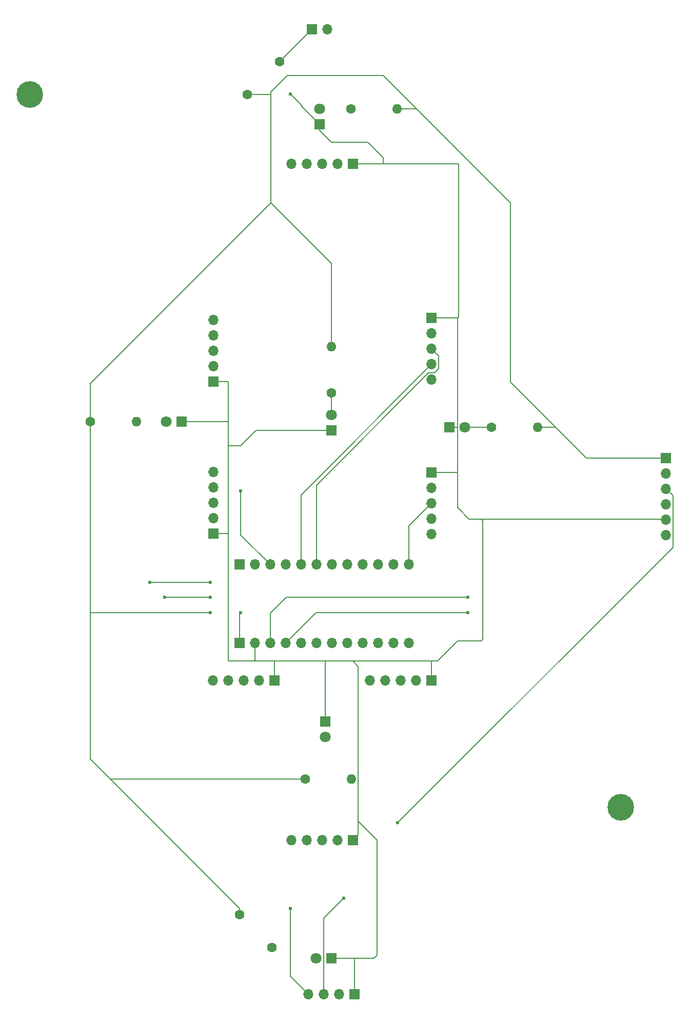
<source format=gbr>
%TF.GenerationSoftware,KiCad,Pcbnew,8.0.2*%
%TF.CreationDate,2024-05-04T16:44:52-04:00*%
%TF.ProjectId,RGBsensorBoard,52474273-656e-4736-9f72-426f6172642e,rev?*%
%TF.SameCoordinates,Original*%
%TF.FileFunction,Copper,L2,Bot*%
%TF.FilePolarity,Positive*%
%FSLAX46Y46*%
G04 Gerber Fmt 4.6, Leading zero omitted, Abs format (unit mm)*
G04 Created by KiCad (PCBNEW 8.0.2) date 2024-05-04 16:44:52*
%MOMM*%
%LPD*%
G01*
G04 APERTURE LIST*
G04 Aperture macros list*
%AMHorizOval*
0 Thick line with rounded ends*
0 $1 width*
0 $2 $3 position (X,Y) of the first rounded end (center of the circle)*
0 $4 $5 position (X,Y) of the second rounded end (center of the circle)*
0 Add line between two ends*
20,1,$1,$2,$3,$4,$5,0*
0 Add two circle primitives to create the rounded ends*
1,1,$1,$2,$3*
1,1,$1,$4,$5*%
G04 Aperture macros list end*
%TA.AperFunction,ComponentPad*%
%ADD10R,1.800000X1.800000*%
%TD*%
%TA.AperFunction,ComponentPad*%
%ADD11C,1.800000*%
%TD*%
%TA.AperFunction,ComponentPad*%
%ADD12R,1.700000X1.700000*%
%TD*%
%TA.AperFunction,ComponentPad*%
%ADD13O,1.700000X1.700000*%
%TD*%
%TA.AperFunction,ComponentPad*%
%ADD14C,1.600000*%
%TD*%
%TA.AperFunction,ComponentPad*%
%ADD15O,1.600000X1.600000*%
%TD*%
%TA.AperFunction,ComponentPad*%
%ADD16C,4.400000*%
%TD*%
%TA.AperFunction,ComponentPad*%
%ADD17HorizOval,1.600000X0.000000X0.000000X0.000000X0.000000X0*%
%TD*%
%TA.AperFunction,ComponentPad*%
%ADD18HorizOval,1.600000X0.000000X0.000000X0.000000X0.000000X0*%
%TD*%
%TA.AperFunction,ViaPad*%
%ADD19C,0.600000*%
%TD*%
%TA.AperFunction,Conductor*%
%ADD20C,0.200000*%
%TD*%
G04 APERTURE END LIST*
D10*
%TO.P,D5,1,K*%
%TO.N,/GND*%
X104800001Y-179900000D03*
D11*
%TO.P,D5,2,A*%
%TO.N,/VIN 5V*%
X102260001Y-179900000D03*
%TD*%
D12*
%TO.P,J1,1,Pin_1*%
%TO.N,/GND*%
X121300001Y-74359999D03*
D13*
%TO.P,J1,2,Pin_2*%
%TO.N,3.3*%
X121300001Y-76899999D03*
%TO.P,J1,3,Pin_3*%
%TO.N,/SD5*%
X121300001Y-79439998D03*
%TO.P,J1,4,Pin_4*%
%TO.N,/SC5*%
X121300001Y-81979999D03*
%TO.P,J1,5,Pin_5*%
%TO.N,unconnected-(J1-Pin_5-Pad5)*%
X121300001Y-84519999D03*
%TD*%
D14*
%TO.P,R6,1*%
%TO.N,/VIN 5V*%
X104800001Y-86710000D03*
D15*
%TO.P,R6,2*%
X104800001Y-79090000D03*
%TD*%
D12*
%TO.P,J5,1,Pin_1*%
%TO.N,/GND*%
X95400000Y-134099999D03*
D13*
%TO.P,J5,2,Pin_2*%
%TO.N,3.3*%
X92860000Y-134099999D03*
%TO.P,J5,3,Pin_3*%
%TO.N,/SD0*%
X90320001Y-134099999D03*
%TO.P,J5,4,Pin_4*%
%TO.N,/SC0*%
X87780000Y-134099999D03*
%TO.P,J5,5,Pin_5*%
%TO.N,unconnected-(J5-Pin_5-Pad5)*%
X85240000Y-134099999D03*
%TD*%
D12*
%TO.P,J9,1,Pin_1*%
%TO.N,/SC7*%
X89600000Y-114999999D03*
D13*
%TO.P,J9,2,Pin_2*%
%TO.N,/SD7*%
X92140000Y-114999999D03*
%TO.P,J9,3,Pin_3*%
%TO.N,/SC6*%
X94679999Y-114999999D03*
%TO.P,J9,4,Pin_4*%
%TO.N,/SD6*%
X97220000Y-114999999D03*
%TO.P,J9,5,Pin_5*%
%TO.N,/SC5*%
X99760000Y-114999999D03*
%TO.P,J9,6,Pin_6*%
%TO.N,/SD5*%
X102300000Y-114999999D03*
%TO.P,J9,7,Pin_7*%
%TO.N,/SC4*%
X104840000Y-114999999D03*
%TO.P,J9,8,Pin_8*%
%TO.N,/SD4*%
X107380001Y-114999999D03*
%TO.P,J9,9,Pin_9*%
%TO.N,/SC3*%
X109920000Y-114999999D03*
%TO.P,J9,10,Pin_10*%
%TO.N,/SD3*%
X112460000Y-114999999D03*
%TO.P,J9,11,Pin_11*%
%TO.N,/SC2*%
X115000000Y-114999999D03*
%TO.P,J9,12,Pin_12*%
%TO.N,/SD2*%
X117539999Y-114999999D03*
%TD*%
D16*
%TO.P,hole,1*%
%TO.N,N/C*%
X152500000Y-155000000D03*
%TD*%
D10*
%TO.P,D6,1,K*%
%TO.N,/GND*%
X104800001Y-92900000D03*
D11*
%TO.P,D6,2,A*%
%TO.N,/VIN 5V*%
X104800001Y-90360000D03*
%TD*%
D14*
%TO.P,R2,1*%
%TO.N,/VIN 5V*%
X107990001Y-39900000D03*
D15*
%TO.P,R2,2*%
X115610001Y-39900000D03*
%TD*%
D12*
%TO.P,J10,1,Pin_1*%
%TO.N,/VIN 5V*%
X89600001Y-127899999D03*
D13*
%TO.P,J10,2,Pin_2*%
%TO.N,/GND*%
X92140001Y-127899999D03*
%TO.P,J10,3,Pin_3*%
%TO.N,/SDA*%
X94680000Y-127899999D03*
%TO.P,J10,4,Pin_4*%
%TO.N,/SCL*%
X97220001Y-127899999D03*
%TO.P,J10,5,Pin_5*%
%TO.N,/RST*%
X99760001Y-127899999D03*
%TO.P,J10,6,Pin_6*%
%TO.N,/A0*%
X102300001Y-127899999D03*
%TO.P,J10,7,Pin_7*%
%TO.N,/A1*%
X104840001Y-127899999D03*
%TO.P,J10,8,Pin_8*%
%TO.N,/A2*%
X107380002Y-127899999D03*
%TO.P,J10,9,Pin_9*%
%TO.N,/SD0*%
X109920001Y-127899999D03*
%TO.P,J10,10,Pin_10*%
%TO.N,/SC0*%
X112460001Y-127899999D03*
%TO.P,J10,11,Pin_11*%
%TO.N,/SD1*%
X115000001Y-127899999D03*
%TO.P,J10,12,Pin_12*%
%TO.N,SC1*%
X117540000Y-127899999D03*
%TD*%
D14*
%TO.P,R1,1*%
%TO.N,/VIN 5V*%
X100490000Y-150399999D03*
D15*
%TO.P,R1,2*%
X108110000Y-150399999D03*
%TD*%
D12*
%TO.P,J4,1,Pin_1*%
%TO.N,/GND*%
X121300000Y-99779999D03*
D13*
%TO.P,J4,2,Pin_2*%
%TO.N,3.3*%
X121300000Y-102319999D03*
%TO.P,J4,3,Pin_3*%
%TO.N,/SD2*%
X121300000Y-104859998D03*
%TO.P,J4,4,Pin_4*%
%TO.N,/SC2*%
X121300000Y-107399999D03*
%TO.P,J4,5,Pin_5*%
%TO.N,unconnected-(J4-Pin_5-Pad5)*%
X121300000Y-109939999D03*
%TD*%
D10*
%TO.P,D3,1,K*%
%TO.N,/GND*%
X124260000Y-92399999D03*
D11*
%TO.P,D3,2,A*%
%TO.N,/VIN 5V*%
X126800000Y-92399999D03*
%TD*%
D14*
%TO.P,R3,1*%
%TO.N,/VIN 5V*%
X131180000Y-92399999D03*
D15*
%TO.P,R3,2*%
X138800000Y-92399999D03*
%TD*%
D14*
%TO.P,R4,1*%
%TO.N,/VIN 5V*%
X64990001Y-91400000D03*
D15*
%TO.P,R4,2*%
X72610001Y-91400000D03*
%TD*%
D12*
%TO.P,J2,1,Pin_1*%
%TO.N,/GND*%
X85270001Y-84860000D03*
D13*
%TO.P,J2,2,Pin_2*%
%TO.N,3.3*%
X85270001Y-82320000D03*
%TO.P,J2,3,Pin_3*%
%TO.N,/SD7*%
X85270001Y-79780001D03*
%TO.P,J2,4,Pin_4*%
%TO.N,/SC7*%
X85270001Y-77240000D03*
%TO.P,J2,5,Pin_5*%
%TO.N,unconnected-(J2-Pin_5-Pad5)*%
X85270001Y-74700000D03*
%TD*%
D14*
%TO.P,R5,1*%
%TO.N,/VIN 5V*%
X94994078Y-178094077D03*
D17*
%TO.P,R5,2*%
X89605924Y-172705923D03*
%TD*%
D10*
%TO.P,D2,1,K*%
%TO.N,/GND*%
X80075000Y-91399999D03*
D11*
%TO.P,D2,2,A*%
%TO.N,/VIN 5V*%
X77535000Y-91399999D03*
%TD*%
D10*
%TO.P,D1,1,K*%
%TO.N,/GND*%
X103800000Y-140859999D03*
D11*
%TO.P,D1,2,A*%
%TO.N,/VIN 5V*%
X103800000Y-143399999D03*
%TD*%
D12*
%TO.P,J3,1,Pin_1*%
%TO.N,/GND*%
X85270001Y-109900000D03*
D13*
%TO.P,J3,2,Pin_2*%
%TO.N,3.3*%
X85270001Y-107360000D03*
%TO.P,J3,3,Pin_3*%
%TO.N,/SD6*%
X85270001Y-104820001D03*
%TO.P,J3,4,Pin_4*%
%TO.N,/SC6*%
X85270001Y-102280000D03*
%TO.P,J3,5,Pin_5*%
%TO.N,unconnected-(J3-Pin_5-Pad5)*%
X85270001Y-99740000D03*
%TD*%
D12*
%TO.P,J6,1,Pin_1*%
%TO.N,/GND*%
X121280000Y-134100000D03*
D13*
%TO.P,J6,2,Pin_2*%
%TO.N,3.3*%
X118740000Y-134100000D03*
%TO.P,J6,3,Pin_3*%
%TO.N,/SD1*%
X116200001Y-134100000D03*
%TO.P,J6,4,Pin_4*%
%TO.N,SC1*%
X113660000Y-134100000D03*
%TO.P,J6,5,Pin_5*%
%TO.N,unconnected-(J6-Pin_5-Pad5)*%
X111120000Y-134100000D03*
%TD*%
D12*
%TO.P,J7,1,Pin_1*%
%TO.N,/GND*%
X108300000Y-48899999D03*
D13*
%TO.P,J7,2,Pin_2*%
%TO.N,3.3*%
X105760000Y-48899999D03*
%TO.P,J7,3,Pin_3*%
%TO.N,/SD3*%
X103220001Y-48899999D03*
%TO.P,J7,4,Pin_4*%
%TO.N,/SC3*%
X100680000Y-48899999D03*
%TO.P,J7,5,Pin_5*%
%TO.N,unconnected-(J7-Pin_5-Pad5)*%
X98140000Y-48899999D03*
%TD*%
D10*
%TO.P,D4,1,K*%
%TO.N,/GND*%
X102800001Y-42400000D03*
D11*
%TO.P,D4,2,A*%
%TO.N,/VIN 5V*%
X102800001Y-39860000D03*
%TD*%
D12*
%TO.P,J8,1,Pin_1*%
%TO.N,/GND*%
X108300000Y-160399999D03*
D13*
%TO.P,J8,2,Pin_2*%
%TO.N,3.3*%
X105760000Y-160399999D03*
%TO.P,J8,3,Pin_3*%
%TO.N,/SD4*%
X103220001Y-160399999D03*
%TO.P,J8,4,Pin_4*%
%TO.N,/SC4*%
X100680000Y-160399999D03*
%TO.P,J8,5,Pin_5*%
%TO.N,unconnected-(J8-Pin_5-Pad5)*%
X98140000Y-160399999D03*
%TD*%
D16*
%TO.P,hole2,1*%
%TO.N,N/C*%
X55000000Y-37500000D03*
%TD*%
D12*
%TO.P,C3,1,Pin_1*%
%TO.N,/GND*%
X108624779Y-185878444D03*
D13*
%TO.P,C3,2,Pin_2*%
%TO.N,/VIN 5V*%
X106084779Y-185878444D03*
%TO.P,C3,3,Pin_3*%
%TO.N,/SCL*%
X103544780Y-185878444D03*
%TO.P,C3,4,Pin_4*%
%TO.N,/SDA*%
X101004779Y-185878444D03*
%TD*%
D14*
%TO.P,R6,1*%
%TO.N,/VIN 5V*%
X90862256Y-37470873D03*
D18*
%TO.P,R6,2*%
X96250410Y-32082719D03*
%TD*%
D12*
%TO.P,C1,1,Pin_1*%
%TO.N,/VIN 5V*%
X101553711Y-26779418D03*
D13*
%TO.P,C1,2,Pin_2*%
%TO.N,/GND*%
X104093711Y-26779418D03*
%TD*%
%TO.P,J11,6*%
%TO.N,/VIN 5V*%
X160000000Y-110120001D03*
%TO.P,J11,5,Pin_5*%
%TO.N,/GND*%
X160000000Y-107580001D03*
%TO.P,J11,4,Pin_4*%
%TO.N,/SCL*%
X160000000Y-105040001D03*
%TO.P,J11,3,Pin_3*%
%TO.N,/SDA*%
X160000000Y-102500000D03*
%TO.P,J11,2,Pin_2*%
%TO.N,3.3*%
X160000000Y-99960001D03*
D12*
%TO.P,J11,1,Pin_1*%
%TO.N,/VIN 5V*%
X160000000Y-97420001D03*
%TD*%
D19*
%TO.N,/GND*%
X98018177Y-37386020D03*
%TO.N,/SC6*%
X89800001Y-102899999D03*
%TO.N,/SC4*%
X74800001Y-117900000D03*
X84800001Y-117900000D03*
%TO.N,/SD4*%
X84800001Y-120400000D03*
X77300001Y-120400000D03*
%TO.N,/SDA*%
X115695847Y-157594173D03*
X98018177Y-171736308D03*
X127300001Y-120400000D03*
%TO.N,/SCL*%
X106857012Y-169968541D03*
X127300001Y-122900000D03*
%TO.N,/VIN 5V*%
X89800000Y-122899999D03*
X84800001Y-122900000D03*
%TD*%
D20*
%TO.N,/SDA*%
X160000000Y-102500000D02*
X161150000Y-103650000D01*
X161150000Y-103650000D02*
X161150000Y-112140020D01*
X161150000Y-112140020D02*
X115695847Y-157594173D01*
%TO.N,/GND*%
X129519999Y-107500000D02*
X159919999Y-107500000D01*
X159919999Y-107500000D02*
X160000000Y-107580001D01*
X129519999Y-107500000D02*
X129800000Y-107780001D01*
X129800000Y-107780001D02*
X129800000Y-127299999D01*
X129800000Y-127299999D02*
X129500000Y-127599999D01*
X129500000Y-127599999D02*
X125600001Y-127599999D01*
X125600001Y-127599999D02*
X122300000Y-130899999D01*
X122300000Y-130899999D02*
X121300000Y-130899999D01*
X127500000Y-107500000D02*
X129519999Y-107500000D01*
X125600001Y-99899999D02*
X125600001Y-105600001D01*
X125600001Y-105600001D02*
X127500000Y-107500000D01*
%TO.N,/VIN 5V*%
X141800000Y-92399999D02*
X146820002Y-97420001D01*
X146820002Y-97420001D02*
X160000000Y-97420001D01*
%TO.N,/SD2*%
X121300001Y-104860000D02*
X117540001Y-108620000D01*
X117540001Y-108620000D02*
X117540001Y-114999999D01*
%TO.N,/GND*%
X92300000Y-92900000D02*
X104800001Y-92900000D01*
X124260000Y-92399999D02*
X125600001Y-92399999D01*
X102800000Y-43399999D02*
X102800001Y-42400000D01*
X109210000Y-155399999D02*
X109210000Y-159490000D01*
X95300001Y-130899999D02*
X103800001Y-130899999D01*
X110800000Y-45399999D02*
X104800001Y-45400000D01*
X125560001Y-74359999D02*
X125600001Y-74399999D01*
X125800000Y-74199999D02*
X125600001Y-74399999D01*
X87800000Y-95399999D02*
X89800000Y-95400000D01*
X121280000Y-134100000D02*
X121280000Y-130919999D01*
X113300001Y-48899999D02*
X125800001Y-48899999D01*
X121300000Y-99779999D02*
X125480001Y-99779999D01*
X125600001Y-74399999D02*
X125600001Y-92399999D01*
X87760001Y-84860000D02*
X87800000Y-84899999D01*
X99785944Y-39153787D02*
X98018177Y-37386020D01*
X92300001Y-130899999D02*
X95300001Y-130899999D01*
X102800001Y-42400000D02*
X99785944Y-39385943D01*
X108300000Y-130899999D02*
X121300000Y-130899999D01*
X108624779Y-179899999D02*
X104800001Y-179900000D01*
X125480001Y-99779999D02*
X125600001Y-99899999D01*
X87800000Y-84899999D02*
X87800000Y-91399999D01*
X89800000Y-95400000D02*
X92300000Y-92900000D01*
X109210000Y-155399999D02*
X109210000Y-157309999D01*
X111800001Y-179899999D02*
X108624779Y-179899999D01*
X112300000Y-179400000D02*
X111800001Y-179899999D01*
X80075000Y-91399999D02*
X87800000Y-91399999D01*
X108300000Y-130899999D02*
X109210000Y-131809999D01*
X109210000Y-131809999D02*
X109210000Y-155399999D01*
X104800001Y-45400000D02*
X102800000Y-43399999D01*
X87800000Y-91399999D02*
X87800000Y-95399999D01*
X99785944Y-39385943D02*
X99785944Y-39153787D01*
X109210000Y-157309999D02*
X112300000Y-160399999D01*
X87800000Y-111400000D02*
X87800000Y-130899999D01*
X92140001Y-127899999D02*
X92140001Y-130739999D01*
X87800000Y-95399999D02*
X87800001Y-109899999D01*
X125600001Y-92399999D02*
X125600001Y-99899999D01*
X85270001Y-109900000D02*
X87800001Y-109899999D01*
X103800000Y-140859999D02*
X103800001Y-130899999D01*
X121300001Y-74359999D02*
X125560001Y-74359999D01*
X87800000Y-130899999D02*
X92300001Y-130899999D01*
X108300000Y-48899999D02*
X113300001Y-48899999D01*
X121280000Y-130919999D02*
X121300000Y-130899999D01*
X113300001Y-48899999D02*
X113300001Y-47899999D01*
X113300001Y-47899999D02*
X110800000Y-45399999D01*
X108624779Y-185878444D02*
X108624779Y-179899999D01*
X109210000Y-159490000D02*
X108300000Y-160399999D01*
X95400000Y-130999999D02*
X95300001Y-130899999D01*
X112300000Y-160399999D02*
X112300000Y-179400000D01*
X103800001Y-130899999D02*
X108300000Y-130899999D01*
X92140001Y-130739999D02*
X92300001Y-130899999D01*
X95400000Y-134099999D02*
X95400000Y-130999999D01*
X87800001Y-109899999D02*
X87800000Y-111400000D01*
X125800001Y-48899999D02*
X125800000Y-74199999D01*
X85270001Y-84860000D02*
X87760001Y-84860000D01*
%TO.N,/SC6*%
X89800001Y-110119999D02*
X94680001Y-114999999D01*
X89800001Y-102899999D02*
X89800001Y-110119999D01*
%TO.N,/SD5*%
X122450000Y-82696345D02*
X121776346Y-83369999D01*
X120823654Y-83369999D02*
X102300000Y-101893653D01*
X121300000Y-79439999D02*
X122450000Y-80590000D01*
X102300000Y-101893653D02*
X102300001Y-115000000D01*
X122450000Y-80590000D02*
X122450000Y-82696345D01*
X121776346Y-83369999D02*
X120823654Y-83369999D01*
%TO.N,/SC5*%
X99760000Y-114999999D02*
X99760001Y-103520000D01*
X99760001Y-103520000D02*
X121300001Y-81980000D01*
%TO.N,/SC4*%
X74800001Y-117900000D02*
X84800001Y-117900000D01*
%TO.N,/SD4*%
X77300001Y-120400000D02*
X79800001Y-120400000D01*
X79800001Y-120400000D02*
X84800001Y-120400000D01*
%TO.N,/SDA*%
X97300001Y-120399999D02*
X122300000Y-120400000D01*
X94800000Y-122899999D02*
X97300001Y-120399999D01*
X122300000Y-120400000D02*
X127300001Y-120400000D01*
X94680000Y-127899999D02*
X94680000Y-123019999D01*
X101004778Y-185878444D02*
X98018177Y-182891843D01*
X94680000Y-123019999D02*
X94800000Y-122899999D01*
X98018177Y-182891843D02*
X98018177Y-171736308D01*
%TO.N,/SCL*%
X103544779Y-173280774D02*
X106857012Y-169968541D01*
X103544779Y-185878444D02*
X103544779Y-173280774D01*
X102220001Y-122900000D02*
X122300000Y-122900000D01*
X124800001Y-122900000D02*
X127300001Y-122900000D01*
X122300000Y-122900000D02*
X124800001Y-122900000D01*
X97220001Y-127900000D02*
X102220001Y-122900000D01*
%TO.N,/VIN 5V*%
X113300001Y-34400000D02*
X118800000Y-39900000D01*
X84800001Y-122900000D02*
X64990001Y-122899999D01*
X94800001Y-55399999D02*
X104800001Y-65399999D01*
X94800001Y-37386020D02*
X94800001Y-37068662D01*
X118800000Y-39900000D02*
X134300000Y-55399999D01*
X64990001Y-91400000D02*
X64990001Y-122899999D01*
X94800001Y-55399999D02*
X94800001Y-37386020D01*
X134300000Y-84899999D02*
X141800000Y-92399999D01*
X134300000Y-55399999D02*
X134300000Y-84899999D01*
X104800001Y-65399999D02*
X104800001Y-79089999D01*
X68300001Y-150399999D02*
X100490000Y-150399999D01*
X104800001Y-86710000D02*
X104800000Y-90359999D01*
X64990001Y-85210000D02*
X64990001Y-91400000D01*
X89600001Y-127899999D02*
X89600000Y-123099999D01*
X89600000Y-123099999D02*
X89800000Y-122899999D01*
X115610001Y-39900000D02*
X118800000Y-39900000D01*
X68300001Y-150399999D02*
X89605924Y-171705922D01*
X131180000Y-92399999D02*
X126800000Y-92399999D01*
X96250410Y-32082719D02*
X98018177Y-30314952D01*
X64990001Y-147089999D02*
X68300001Y-150399999D01*
X97468663Y-34400000D02*
X113300001Y-34400000D01*
X89605924Y-171705922D02*
X89605924Y-172705922D01*
X98018177Y-30314952D02*
X101553711Y-26779418D01*
X94715148Y-37470873D02*
X90862256Y-37470873D01*
X64990001Y-122899999D02*
X64990001Y-147089999D01*
X138800001Y-92399999D02*
X141800000Y-92399999D01*
X94800001Y-37068662D02*
X97468663Y-34400000D01*
X94800001Y-55399999D02*
X64990001Y-85210000D01*
X94800001Y-37386020D02*
X94715148Y-37470873D01*
%TD*%
M02*

</source>
